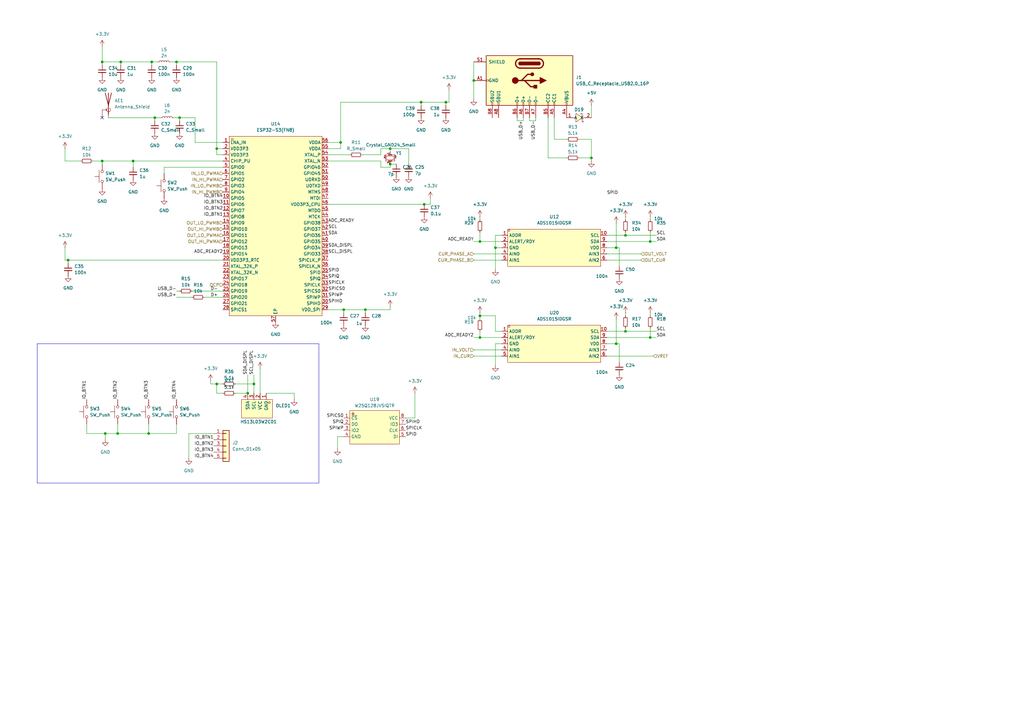
<source format=kicad_sch>
(kicad_sch (version 20231120) (generator "eeschema") (generator_version "8.0")
  (paper "A3")
  (lib_symbols
    (symbol "Connector:USB_C_Receptacle_USB2.0_16P" (pin_names (offset 1.016))
      (property "Reference" "J" (at 0 22.225 0))
      (property "Value" "USB_C_Receptacle_USB2.0_16P" (at 0 19.685 0))
      (symbol "USB_C_Receptacle_USB2.0_16P_1_1"
        (pin passive line (at 0 -22.86 90) (length 5.08) (name "GND") (number "A1"))
        (pin passive line (at 0 -22.86 90) (length 5.08) hide (name "GND") (number "A12"))
        (pin passive line (at 15.24 15.24 180) (length 5.08) (name "VBUS") (number "A4"))
        (pin bidirectional line (at 15.24 10.16 180) (length 5.08) (name "CC1") (number "A5"))
        (pin bidirectional line (at 15.24 -2.54 180) (length 5.08) (name "D+") (number "A6"))
        (pin bidirectional line (at 15.24 2.54 180) (length 5.08) (name "D-") (number "A7"))
        (pin bidirectional line (at 15.24 -12.7 180) (length 5.08) (name "SBU1") (number "A8"))
        (pin passive line (at 15.24 15.24 180) (length 5.08) hide (name "VBUS") (number "A9"))
        (pin passive line (at 0 -22.86 90) (length 5.08) hide (name "GND") (number "B1"))
        (pin passive line (at 0 -22.86 90) (length 5.08) hide (name "GND") (number "B12"))
        (pin passive line (at 15.24 15.24 180) (length 5.08) hide (name "VBUS") (number "B4"))
        (pin bidirectional line (at 15.24 7.62 180) (length 5.08) (name "CC2") (number "B5"))
        (pin bidirectional line (at 15.24 -5.08 180) (length 5.08) (name "D+") (number "B6"))
        (pin bidirectional line (at 15.24 0 180) (length 5.08) (name "D-") (number "B7"))
        (pin bidirectional line (at 15.24 -15.24 180) (length 5.08) (name "SBU2") (number "B8"))
        (pin passive line (at 15.24 15.24 180) (length 5.08) hide (name "VBUS") (number "B9"))
        (pin passive line (at -7.62 -22.86 90) (length 5.08) (name "SHIELD") (number "S1"))
      )
    )
    (symbol "Connector_Generic:Conn_01x05" (pin_names (offset 1.016) hide)
      (property "Reference" "J" (at 0 7.62 0))
      (property "Value" "Conn_01x05" (at 0 -7.62 0))
      (symbol "Conn_01x05_1_1"
        (pin passive line (at -5.08 5.08 0) (length 3.81) (name "Pin_1") (number "1"))
        (pin passive line (at -5.08 2.54 0) (length 3.81) (name "Pin_2") (number "2"))
        (pin passive line (at -5.08 0 0) (length 3.81) (name "Pin_3") (number "3"))
        (pin passive line (at -5.08 -2.54 0) (length 3.81) (name "Pin_4") (number "4"))
        (pin passive line (at -5.08 -5.08 0) (length 3.81) (name "Pin_5") (number "5"))
      )
    )
    (symbol "Device:Antenna_Shield" (pin_numbers hide) (pin_names (offset 1.016) hide)
      (property "Reference" "AE" (at -1.905 4.445 0))
      (property "Value" "Antenna_Shield" (at -1.905 2.54 0))
      (symbol "Antenna_Shield_1_1"
        (pin input line (at 0 -5.08 90) (length 2.54) (name "A") (number "1"))
        (pin input line (at 2.54 -5.08 90) (length 2.54) (name "Shield") (number "2"))
      )
    )
    (symbol "Device:C_Small" (pin_numbers hide) (pin_names (offset 0.254) hide)
      (property "Reference" "C" (at 0.254 1.778 0))
      (property "Value" "C_Small" (at 0.254 -2.032 0))
      (symbol "C_Small_1_1"
        (pin passive line (at 0 2.54 270) (length 2.032) (name "~") (number "1"))
        (pin passive line (at 0 -2.54 90) (length 2.032) (name "~") (number "2"))
      )
    )
    (symbol "Device:Crystal_GND24_Small" (pin_names (offset 1.016) hide)
      (property "Reference" "Y" (at 1.27 4.445 0))
      (property "Value" "Crystal_GND24_Small" (at 1.27 2.54 0))
      (symbol "Crystal_GND24_Small_1_1"
        (pin passive line (at -2.54 0 0) (length 1.27) (name "1") (number "1"))
        (pin passive line (at 0 -2.54 90) (length 0.635) (name "2") (number "2"))
        (pin passive line (at 2.54 0 180) (length 1.27) (name "3") (number "3"))
        (pin passive line (at 0 2.54 270) (length 0.635) (name "4") (number "4"))
      )
    )
    (symbol "Device:L_Small" (pin_numbers hide) (pin_names (offset 0.254) hide)
      (property "Reference" "L" (at 0.762 1.016 0))
      (property "Value" "L_Small" (at 0.762 -1.016 0))
      (symbol "L_Small_1_1"
        (pin passive line (at 0 2.54 270) (length 0.508) (name "~") (number "1"))
        (pin passive line (at 0 -2.54 90) (length 0.508) (name "~") (number "2"))
      )
    )
    (symbol "Device:R_Small" (pin_numbers hide) (pin_names (offset 0.254) hide)
      (property "Reference" "R" (at 0.762 0.508 0))
      (property "Value" "R_Small" (at 0.762 -1.016 0))
      (symbol "R_Small_1_1"
        (pin passive line (at 0 2.54 270) (length 0.762) (name "~") (number "1"))
        (pin passive line (at 0 -2.54 90) (length 0.762) (name "~") (number "2"))
      )
    )
    (symbol "Switch:SW_Push" (pin_numbers hide) (pin_names (offset 1.016) hide)
      (property "Reference" "SW" (at 1.27 2.54 0))
      (property "Value" "SW_Push" (at 0 -1.524 0))
      (symbol "SW_Push_0_1"
        (pin passive line (at -5.08 0 0) (length 2.54) (name "1") (number "1"))
        (pin passive line (at 5.08 0 180) (length 2.54) (name "2") (number "2"))
      )
    )
    (symbol "easyeda2kicad:ADS1015IDGSR"
      (property "Reference" "U" (at 0 10.16 0))
      (property "Value" "ADS1015IDGSR" (at 0 -10.16 0))
      (symbol "ADS1015IDGSR_0_1"
        (pin unspecified line (at -21.59 5.08 0) (length 2.54) (name "ADDR") (number "1"))
        (pin unspecified line (at 21.59 5.08 180) (length 2.54) (name "SCL") (number "10"))
        (pin unspecified line (at -21.59 2.54 0) (length 2.54) (name "ALERT/RDY") (number "2"))
        (pin unspecified line (at -21.59 0 0) (length 2.54) (name "GND") (number "3"))
        (pin unspecified line (at -21.59 -2.54 0) (length 2.54) (name "AIN0") (number "4"))
        (pin unspecified line (at -21.59 -5.08 0) (length 2.54) (name "AIN1") (number "5"))
        (pin unspecified line (at 21.59 -5.08 180) (length 2.54) (name "AIN2") (number "6"))
        (pin unspecified line (at 21.59 -2.54 180) (length 2.54) (name "AIN3") (number "7"))
        (pin unspecified line (at 21.59 0 180) (length 2.54) (name "VDD") (number "8"))
        (pin unspecified line (at 21.59 2.54 180) (length 2.54) (name "SDA") (number "9"))
      )
    )
    (symbol "easyeda2kicad:B16WS_C7420327"
      (property "Reference" "D" (at 0 5.08 0))
      (property "Value" "B16WS_C7420327" (at 0 -5.08 0))
      (symbol "B16WS_C7420327_0_1"
        (pin unspecified line (at -5.08 0 0) (length 2.54) (name "A") (number "1"))
        (pin unspecified line (at 5.08 0 180) (length 2.54) (name "K") (number "2"))
      )
    )
    (symbol "easyeda2kicad:ESP32-S3(FN8)"
      (property "Reference" "U" (at 0 39.37 0))
      (property "Value" "ESP32-S3(FN8)" (at 0 -44.45 0))
      (symbol "ESP32-S3(FN8)_0_1"
        (pin unspecified line (at -21.59 34.29 0) (length 2.54) (name "LNA_IN") (number "1"))
        (pin unspecified line (at -21.59 11.43 0) (length 2.54) (name "GPIO5") (number "10"))
        (pin unspecified line (at -21.59 8.89 0) (length 2.54) (name "GPIO6") (number "11"))
        (pin unspecified line (at -21.59 6.35 0) (length 2.54) (name "GPIO7") (number "12"))
        (pin unspecified line (at -21.59 3.81 0) (length 2.54) (name "GPIO8") (number "13"))
        (pin unspecified line (at -21.59 1.27 0) (length 2.54) (name "GPIO9") (number "14"))
        (pin unspecified line (at -21.59 -1.27 0) (length 2.54) (name "GPIO10") (number "15"))
        (pin unspecified line (at -21.59 -3.81 0) (length 2.54) (name "GPIO11") (number "16"))
        (pin unspecified line (at -21.59 -6.35 0) (length 2.54) (name "GPIO12") (number "17"))
        (pin unspecified line (at -21.59 -8.89 0) (length 2.54) (name "GPIO13") (number "18"))
        (pin unspecified line (at -21.59 -11.43 0) (length 2.54) (name "GPIO14") (number "19"))
        (pin unspecified line (at -21.59 31.75 0) (length 2.54) (name "VDD3P3") (number "2"))
        (pin unspecified line (at -21.59 -13.97 0) (length 2.54) (name "VDD3P3_RTC") (number "20"))
        (pin unspecified line (at -21.59 -16.51 0) (length 2.54) (name "XTAL_32K_P") (number "21"))
        (pin unspecified line (at -21.59 -19.05 0) (length 2.54) (name "XTAL_32K_N") (number "22"))
        (pin unspecified line (at -21.59 -21.59 0) (length 2.54) (name "GPIO17") (number "23"))
        (pin unspecified line (at -21.59 -24.13 0) (length 2.54) (name "GPIO18") (number "24"))
        (pin unspecified line (at -21.59 -26.67 0) (length 2.54) (name "GPIO19") (number "25"))
        (pin unspecified line (at -21.59 -29.21 0) (length 2.54) (name "GPIO20") (number "26"))
        (pin unspecified line (at -21.59 -31.75 0) (length 2.54) (name "GPIO21") (number "27"))
        (pin unspecified line (at -21.59 -34.29 0) (length 2.54) (name "SPICS1") (number "28"))
        (pin unspecified line (at 21.59 -34.29 180) (length 2.54) (name "VDD_SPI") (number "29"))
        (pin unspecified line (at -21.59 29.21 0) (length 2.54) (name "VDD3P3") (number "3"))
        (pin unspecified line (at 21.59 -31.75 180) (length 2.54) (name "SPIHD") (number "30"))
        (pin unspecified line (at 21.59 -29.21 180) (length 2.54) (name "SPIWP") (number "31"))
        (pin unspecified line (at 21.59 -26.67 180) (length 2.54) (name "SPICS0") (number "32"))
        (pin unspecified line (at 21.59 -24.13 180) (length 2.54) (name "SPICLK") (number "33"))
        (pin unspecified line (at 21.59 -21.59 180) (length 2.54) (name "SPIQ") (number "34"))
        (pin unspecified line (at 21.59 -19.05 180) (length 2.54) (name "SPID") (number "35"))
        (pin unspecified line (at 21.59 -16.51 180) (length 2.54) (name "SPICLK_N") (number "36"))
        (pin unspecified line (at 21.59 -13.97 180) (length 2.54) (name "SPICLK_P") (number "37"))
        (pin unspecified line (at 21.59 -11.43 180) (length 2.54) (name "GPIO33") (number "38"))
        (pin unspecified line (at 21.59 -8.89 180) (length 2.54) (name "GPIO34") (number "39"))
        (pin unspecified line (at -21.59 26.67 0) (length 2.54) (name "CHIP_PU") (number "4"))
        (pin unspecified line (at 21.59 -6.35 180) (length 2.54) (name "GPIO35") (number "40"))
        (pin unspecified line (at 21.59 -3.81 180) (length 2.54) (name "GPIO36") (number "41"))
        (pin unspecified line (at 21.59 -1.27 180) (length 2.54) (name "GPIO37") (number "42"))
        (pin unspecified line (at 21.59 1.27 180) (length 2.54) (name "GPIO38") (number "43"))
        (pin unspecified line (at 21.59 3.81 180) (length 2.54) (name "MTCK") (number "44"))
        (pin unspecified line (at 21.59 6.35 180) (length 2.54) (name "MTDO") (number "45"))
        (pin unspecified line (at 21.59 8.89 180) (length 2.54) (name "VDD3P3_CPU") (number "46"))
        (pin unspecified line (at 21.59 11.43 180) (length 2.54) (name "MTDI") (number "47"))
        (pin unspecified line (at 21.59 13.97 180) (length 2.54) (name "MTMS") (number "48"))
        (pin unspecified line (at 21.59 16.51 180) (length 2.54) (name "U0TXD") (number "49"))
        (pin unspecified line (at -21.59 24.13 0) (length 2.54) (name "GPIO0") (number "5"))
        (pin unspecified line (at 21.59 19.05 180) (length 2.54) (name "U0RXD") (number "50"))
        (pin unspecified line (at 21.59 21.59 180) (length 2.54) (name "GPIO45") (number "51"))
        (pin unspecified line (at 21.59 24.13 180) (length 2.54) (name "GPIO46") (number "52"))
        (pin unspecified line (at 21.59 26.67 180) (length 2.54) (name "XTAL_N") (number "53"))
        (pin unspecified line (at 21.59 29.21 180) (length 2.54) (name "XTAL_P") (number "54"))
        (pin unspecified line (at 21.59 31.75 180) (length 2.54) (name "VDDA") (number "55"))
        (pin unspecified line (at 21.59 34.29 180) (length 2.54) (name "VDDA") (number "56"))
        (pin unspecified line (at 0 -39.37 90) (length 2.54) (name "EP") (number "57"))
        (pin unspecified line (at -21.59 21.59 0) (length 2.54) (name "GPIO1") (number "6"))
        (pin unspecified line (at -21.59 19.05 0) (length 2.54) (name "GPIO2") (number "7"))
        (pin unspecified line (at -21.59 16.51 0) (length 2.54) (name "GPIO3") (number "8"))
        (pin unspecified line (at -21.59 13.97 0) (length 2.54) (name "GPIO4") (number "9"))
      )
    )
    (symbol "easyeda2kicad:HS13L03W2C01"
      (property "Reference" "OLED" (at 0 8.89 0))
      (property "Value" "HS13L03W2C01" (at 0 -8.89 0))
      (symbol "HS13L03W2C01_0_1"
        (pin unspecified line (at -5.08 3.81 0) (length 2.54) (name "GND") (number "1"))
        (pin unspecified line (at -5.08 1.27 0) (length 2.54) (name "VCC") (number "2"))
        (pin unspecified line (at -5.08 -1.27 0) (length 2.54) (name "SCL") (number "3"))
        (pin unspecified line (at -5.08 -3.81 0) (length 2.54) (name "SDA") (number "4"))
      )
    )
    (symbol "easyeda2kicad:W25Q128JVSIQTR"
      (property "Reference" "U" (at 0 8.89 0))
      (property "Value" "W25Q128JVSIQTR" (at 0 -8.89 0))
      (symbol "W25Q128JVSIQTR_0_1"
        (pin unspecified line (at -12.7 3.81 0) (length 2.54) (name "~{CS}") (number "1"))
        (pin unspecified line (at -12.7 1.27 0) (length 2.54) (name "DO") (number "2"))
        (pin unspecified line (at -12.7 -1.27 0) (length 2.54) (name "IO2") (number "3"))
        (pin unspecified line (at -12.7 -3.81 0) (length 2.54) (name "GND") (number "4"))
        (pin unspecified line (at 12.7 -3.81 180) (length 2.54) (name "DI") (number "5"))
        (pin unspecified line (at 12.7 -1.27 180) (length 2.54) (name "CLK") (number "6"))
        (pin unspecified line (at 12.7 1.27 180) (length 2.54) (name "IO3") (number "7"))
        (pin unspecified line (at 12.7 3.81 180) (length 2.54) (name "VCC") (number "8"))
      )
    )
    (symbol "power:+12V" (power) (pin_numbers hide) (pin_names (offset 0) hide)
      (property "Value" "+12V" (at 0 3.556 0))
      (symbol "+12V_1_1"
        (pin power_in line (at 0 0 90) (length 0) (name "~") (number "1"))
      )
    )
    (symbol "power:+3.3V" (power) (pin_numbers hide) (pin_names (offset 0) hide)
      (property "Value" "+3.3V" (at 0 3.556 0))
      (symbol "+3.3V_1_1"
        (pin power_in line (at 0 0 90) (length 0) (name "~") (number "1"))
      )
    )
    (symbol "power:GND" (power) (pin_numbers hide) (pin_names (offset 0) hide)
      (property "Value" "GND" (at 0 -3.81 0))
      (symbol "GND_1_1"
        (pin power_in line (at 0 0 270) (length 0) (name "~") (number "1"))
      )
    )
  )
  (junction (at 182.88 41.91))
  (junction (at 160.02 60.96))
  (junction (at 60.96 177.8))
  (junction (at 27.94 106.68))
  (junction (at 49.53 25.4))
  (junction (at 172.72 41.91))
  (junction (at 101.6 161.29))
  (junction (at 252.73 140.97))
  (junction (at 149.86 127))
  (junction (at 196.85 138.43))
  (junction (at 160.02 67.31))
  (junction (at 73.66 48.26))
  (junction (at 72.39 25.4))
  (junction (at 88.9 157.48))
  (junction (at 266.7 138.43))
  (junction (at 140.97 127))
  (junction (at 88.9 60.96))
  (junction (at 256.54 96.52))
  (junction (at 242.57 64.77))
  (junction (at 256.54 135.89))
  (junction (at 139.7 58.42))
  (junction (at 196.85 129.54))
  (junction (at 194.31 33.02))
  (junction (at 62.23 25.4))
  (junction (at 173.99 83.82))
  (junction (at 196.85 99.06))
  (junction (at 43.18 177.8))
  (junction (at 41.91 66.04))
  (junction (at 41.91 25.4))
  (junction (at 266.7 99.06))
  (junction (at 48.26 177.8))
  (junction (at 252.73 101.6))
  (junction (at 54.61 66.04))
  (junction (at 203.2 101.6))
  (junction (at 63.5 48.26))
  (junction (at 104.14 157.48))
  (no_connect (at 41.91 48.26))
  (wire (pts (xy 256.54 95.25) (xy 256.54 96.52)))
  (wire (pts (xy 248.92 101.6) (xy 252.73 101.6)))
  (wire (pts (xy 227.33 57.15) (xy 232.41 57.15)))
  (wire (pts (xy 262.89 104.14) (xy 248.92 104.14)))
  (wire (pts (xy 196.85 88.9) (xy 196.85 90.17)))
  (wire (pts (xy 227.33 48.26) (xy 227.33 57.15)))
  (wire (pts (xy 77.47 177.8) (xy 87.63 177.8)))
  (wire (pts (xy 248.92 135.89) (xy 256.54 135.89)))
  (wire (pts (xy 43.18 177.8) (xy 48.26 177.8)))
  (wire (pts (xy 196.85 138.43) (xy 194.31 138.43)))
  (wire (pts (xy 91.44 157.48) (xy 88.9 157.48)))
  (wire (pts (xy 248.92 96.52) (xy 256.54 96.52)))
  (wire (pts (xy 160.02 60.96) (xy 167.64 60.96)))
  (wire (pts (xy 44.45 48.26) (xy 63.5 48.26)))
  (wire (pts (xy 49.53 25.4) (xy 49.53 26.67)))
  (wire (pts (xy 203.2 135.89) (xy 203.2 129.54)))
  (wire (pts (xy 149.86 127) (xy 160.02 127)))
  (wire (pts (xy 172.72 41.91) (xy 182.88 41.91)))
  (wire (pts (xy 242.57 64.77) (xy 242.57 57.15)))
  (wire (pts (xy 67.31 68.58) (xy 91.44 68.58)))
  (wire (pts (xy 182.88 41.91) (xy 184.15 41.91)))
  (wire (pts (xy 160.02 68.58) (xy 156.21 68.58)))
  (wire (pts (xy 139.7 41.91) (xy 172.72 41.91)))
  (wire (pts (xy 194.31 143.51) (xy 205.74 143.51)))
  (wire (pts (xy 72.39 121.92) (xy 78.74 121.92)))
  (wire (pts (xy 91.44 106.68) (xy 27.94 106.68)))
  (wire (pts (xy 214.63 49.53) (xy 214.63 48.26)))
  (wire (pts (xy 49.53 25.4) (xy 41.91 25.4)))
  (wire (pts (xy 78.74 119.38) (xy 91.44 119.38)))
  (wire (pts (xy 205.74 101.6) (xy 203.2 101.6)))
  (wire (pts (xy 66.04 48.26) (xy 63.5 48.26)))
  (wire (pts (xy 266.7 95.25) (xy 266.7 99.06)))
  (wire (pts (xy 63.5 48.26) (xy 63.5 49.53)))
  (wire (pts (xy 54.61 66.04) (xy 54.61 68.58)))
  (wire (pts (xy 134.62 60.96) (xy 139.7 60.96)))
  (wire (pts (xy 194.31 106.68) (xy 205.74 106.68)))
  (wire (pts (xy 72.39 25.4) (xy 88.9 25.4)))
  (wire (pts (xy 60.96 177.8) (xy 72.39 177.8)))
  (wire (pts (xy 38.1 66.04) (xy 41.91 66.04)))
  (wire (pts (xy 196.85 135.89) (xy 196.85 138.43)))
  (wire (pts (xy 224.79 48.26) (xy 224.79 64.77)))
  (wire (pts (xy 139.7 41.91) (xy 139.7 58.42)))
  (wire (pts (xy 88.9 63.5) (xy 88.9 60.96)))
  (wire (pts (xy 203.2 101.6) (xy 203.2 110.49)))
  (wire (pts (xy 256.54 128.27) (xy 256.54 129.54)))
  (wire (pts (xy 194.31 146.05) (xy 205.74 146.05)))
  (wire (pts (xy 72.39 25.4) (xy 72.39 26.67)))
  (wire (pts (xy 160.02 67.31) (xy 162.56 67.31)))
  (wire (pts (xy 67.31 71.12) (xy 67.31 68.58)))
  (wire (pts (xy 134.62 63.5) (xy 143.51 63.5)))
  (wire (pts (xy 248.92 138.43) (xy 266.7 138.43)))
  (wire (pts (xy 83.82 121.92) (xy 91.44 121.92)))
  (wire (pts (xy 62.23 25.4) (xy 49.53 25.4)))
  (wire (pts (xy 91.44 63.5) (xy 88.9 63.5)))
  (wire (pts (xy 217.17 49.53) (xy 219.71 49.53)))
  (wire (pts (xy 43.18 177.8) (xy 43.18 180.34)))
  (wire (pts (xy 166.37 171.45) (xy 170.18 171.45)))
  (wire (pts (xy 148.59 63.5) (xy 156.21 63.5)))
  (wire (pts (xy 140.97 127) (xy 149.86 127)))
  (wire (pts (xy 88.9 25.4) (xy 88.9 60.96)))
  (wire (pts (xy 27.94 106.68) (xy 27.94 107.95)))
  (wire (pts (xy 35.56 177.8) (xy 43.18 177.8)))
  (wire (pts (xy 26.67 101.6) (xy 26.67 106.68)))
  (wire (pts (xy 156.21 66.04) (xy 156.21 68.58)))
  (wire (pts (xy 167.64 67.31) (xy 167.64 60.96)))
  (wire (pts (xy 170.18 171.45) (xy 170.18 161.29)))
  (wire (pts (xy 134.62 58.42) (xy 139.7 58.42)))
  (wire (pts (xy 256.54 135.89) (xy 269.24 135.89)))
  (wire (pts (xy 252.73 140.97) (xy 254 140.97)))
  (wire (pts (xy 205.74 140.97) (xy 203.2 140.97)))
  (wire (pts (xy 242.57 43.18) (xy 242.57 48.26)))
  (wire (pts (xy 160.02 60.96) (xy 160.02 62.23)))
  (wire (pts (xy 212.09 48.26) (xy 212.09 49.53)))
  (wire (pts (xy 224.79 64.77) (xy 232.41 64.77)))
  (wire (pts (xy 77.47 177.8) (xy 77.47 187.96)))
  (wire (pts (xy 196.85 99.06) (xy 194.31 99.06)))
  (wire (pts (xy 41.91 25.4) (xy 41.91 26.67)))
  (wire (pts (xy 64.77 25.4) (xy 62.23 25.4)))
  (wire (pts (xy 196.85 95.25) (xy 196.85 99.06)))
  (wire (pts (xy 88.9 60.96) (xy 91.44 60.96)))
  (wire (pts (xy 88.9 161.29) (xy 88.9 157.48)))
  (wire (pts (xy 254 101.6) (xy 254 109.22)))
  (wire (pts (xy 86.36 157.48) (xy 86.36 156.21)))
  (wire (pts (xy 205.74 135.89) (xy 203.2 135.89)))
  (wire (pts (xy 172.72 41.91) (xy 172.72 43.18)))
  (wire (pts (xy 91.44 58.42) (xy 80.01 58.42)))
  (wire (pts (xy 62.23 25.4) (xy 62.23 26.67)))
  (wire (pts (xy 96.52 161.29) (xy 101.6 161.29)))
  (wire (pts (xy 254 140.97) (xy 254 148.59)))
  (wire (pts (xy 196.85 128.27) (xy 196.85 129.54)))
  (wire (pts (xy 35.56 173.99) (xy 35.56 177.8)))
  (wire (pts (xy 205.74 99.06) (xy 196.85 99.06)))
  (wire (pts (xy 139.7 60.96) (xy 139.7 58.42)))
  (wire (pts (xy 120.65 161.29) (xy 120.65 163.83)))
  (wire (pts (xy 80.01 58.42) (xy 80.01 48.26)))
  (wire (pts (xy 242.57 66.04) (xy 242.57 64.77)))
  (wire (pts (xy 217.17 48.26) (xy 217.17 49.53)))
  (wire (pts (xy 203.2 140.97) (xy 203.2 149.86)))
  (wire (pts (xy 106.68 151.13) (xy 106.68 161.29)))
  (wire (pts (xy 252.73 140.97) (xy 252.73 130.81)))
  (wire (pts (xy 134.62 66.04) (xy 156.21 66.04)))
  (wire (pts (xy 72.39 177.8) (xy 72.39 173.99)))
  (wire (pts (xy 156.21 63.5) (xy 156.21 60.96)))
  (wire (pts (xy 176.53 83.82) (xy 176.53 81.28)))
  (wire (pts (xy 104.14 153.67) (xy 104.14 157.48)))
  (wire (pts (xy 71.12 48.26) (xy 73.66 48.26)))
  (wire (pts (xy 212.09 49.53) (xy 214.63 49.53)))
  (wire (pts (xy 41.91 19.05) (xy 41.91 25.4)))
  (wire (pts (xy 203.2 96.52) (xy 203.2 101.6)))
  (wire (pts (xy 266.7 99.06) (xy 269.24 99.06)))
  (wire (pts (xy 266.7 88.9) (xy 266.7 90.17)))
  (wire (pts (xy 160.02 67.31) (xy 160.02 68.58)))
  (wire (pts (xy 173.99 83.82) (xy 176.53 83.82)))
  (wire (pts (xy 109.22 161.29) (xy 120.65 161.29)))
  (wire (pts (xy 41.91 66.04) (xy 41.91 67.31)))
  (wire (pts (xy 54.61 66.04) (xy 41.91 66.04)))
  (wire (pts (xy 184.15 36.83) (xy 184.15 41.91)))
  (wire (pts (xy 80.01 48.26) (xy 73.66 48.26)))
  (wire (pts (xy 134.62 83.82) (xy 173.99 83.82)))
  (wire (pts (xy 194.31 33.02) (xy 194.31 40.64)))
  (wire (pts (xy 219.71 48.26) (xy 219.71 49.53)))
  (wire (pts (xy 101.6 153.67) (xy 101.6 161.29)))
  (wire (pts (xy 194.31 25.4) (xy 194.31 33.02)))
  (wire (pts (xy 91.44 161.29) (xy 88.9 161.29)))
  (wire (pts (xy 205.74 138.43) (xy 196.85 138.43)))
  (wire (pts (xy 237.49 64.77) (xy 242.57 64.77)))
  (wire (pts (xy 149.86 127) (xy 149.86 128.27)))
  (wire (pts (xy 104.14 157.48) (xy 104.14 161.29)))
  (wire (pts (xy 140.97 127) (xy 140.97 128.27)))
  (wire (pts (xy 266.7 138.43) (xy 269.24 138.43)))
  (wire (pts (xy 248.92 140.97) (xy 252.73 140.97)))
  (wire (pts (xy 256.54 96.52) (xy 269.24 96.52)))
  (wire (pts (xy 73.66 48.26) (xy 73.66 49.53)))
  (wire (pts (xy 54.61 66.04) (xy 91.44 66.04)))
  (wire (pts (xy 256.54 88.9) (xy 256.54 90.17)))
  (wire (pts (xy 205.74 96.52) (xy 203.2 96.52)))
  (wire (pts (xy 160.02 127) (xy 160.02 125.73)))
  (wire (pts (xy 196.85 130.81) (xy 196.85 129.54)))
  (wire (pts (xy 252.73 101.6) (xy 254 101.6)))
  (wire (pts (xy 134.62 127) (xy 140.97 127)))
  (wire (pts (xy 48.26 177.8) (xy 60.96 177.8)))
  (wire (pts (xy 194.31 104.14) (xy 205.74 104.14)))
  (wire (pts (xy 27.94 106.68) (xy 26.67 106.68)))
  (wire (pts (xy 26.67 66.04) (xy 26.67 60.96)))
  (wire (pts (xy 256.54 134.62) (xy 256.54 135.89)))
  (wire (pts (xy 72.39 119.38) (xy 73.66 119.38)))
  (wire (pts (xy 156.21 60.96) (xy 160.02 60.96)))
  (wire (pts (xy 182.88 41.91) (xy 182.88 43.18)))
  (wire (pts (xy 140.97 179.07) (xy 138.43 179.07)))
  (wire (pts (xy 267.97 146.05) (xy 248.92 146.05)))
  (wire (pts (xy 266.7 134.62) (xy 266.7 138.43)))
  (wire (pts (xy 48.26 173.99) (xy 48.26 177.8)))
  (wire (pts (xy 203.2 129.54) (xy 196.85 129.54)))
  (wire (pts (xy 33.02 66.04) (xy 26.67 66.04)))
  (wire (pts (xy 69.85 25.4) (xy 72.39 25.4)))
  (wire (pts (xy 262.89 106.68) (xy 248.92 106.68)))
  (wire (pts (xy 96.52 157.48) (xy 104.14 157.48)))
  (wire (pts (xy 242.57 57.15) (xy 237.49 57.15)))
  (wire (pts (xy 248.92 99.06) (xy 266.7 99.06)))
  (wire (pts (xy 60.96 173.99) (xy 60.96 177.8)))
  (wire (pts (xy 266.7 128.27) (xy 266.7 129.54)))
  (wire (pts (xy 88.9 157.48) (xy 86.36 157.48)))
  (wire (pts (xy 252.73 101.6) (xy 252.73 91.44)))
  (wire (pts (xy 138.43 179.07) (xy 138.43 184.15)))
  (rectangle (start 15.24 140.97) (end 130.81 198.12))
  (label "IO_BTN3" (at 87.63 185.42 180))
  (label "SDA_DISPL" (at 134.62 101.6 0))
  (label "SPICS0" (at 140.97 171.45 180))
  (label "IO_BTN1" (at 35.56 163.83 90))
  (label "IO_BTN2" (at 48.26 163.83 90))
  (label "IO_BTN1" (at 91.44 88.9 180))
  (label "SPICLK" (at 134.62 116.84 0))
  (label "SDA_DISPL" (at 101.6 153.67 90))
  (label "SPIWP" (at 140.97 176.53 180))
  (label "SPID" (at 248.92 80.01 0))
  (label "SPIQ" (at 134.62 114.3 0))
  (label "SCL" (at 269.24 96.52 0))
  (label "USB_D-" (at 219.71 49.53 270))
  (label "SPID" (at 166.37 179.07 0))
  (label "ADC_READY2" (at 194.31 138.43 180))
  (label "IO_BTN3" (at 60.96 163.83 90))
  (label "IO_BTN4" (at 87.63 187.96 180))
  (label "SCL" (at 134.62 93.98 0))
  (label "SDA" (at 269.24 138.43 0))
  (label "SCL" (at 269.24 135.89 0))
  (label "SPICLK" (at 166.37 176.53 0))
  (label "ADC_READY" (at 134.62 91.44 0))
  (label "SPIHD" (at 166.37 173.99 0))
  (label "IO_BTN2" (at 87.63 182.88 180))
  (label "D-" (at 86.36 119.38 0))
  (label "ADC_READY2" (at 91.44 104.14 180))
  (label "SPICS0" (at 134.62 119.38 0))
  (label "SPID" (at 134.62 111.76 0))
  (label "IO_BTN1" (at 87.63 180.34 180))
  (label "IO_BTN2" (at 91.44 86.36 180))
  (label "USB_D-" (at 72.39 119.38 180))
  (label "SCL_DISPL" (at 134.62 104.14 0))
  (label "IO_BTN4" (at 72.39 163.83 90))
  (label "ADC_READY" (at 194.31 99.06 180))
  (label "SDA" (at 134.62 96.52 0))
  (label "SDA" (at 269.24 99.06 0))
  (label "SCL_DISPL" (at 104.14 153.67 90))
  (label "IO_BTN4" (at 91.44 81.28 180))
  (label "SPIQ" (at 140.97 173.99 180))
  (label "SPIWP" (at 134.62 121.92 0))
  (label "USB_D+" (at 72.39 121.92 180))
  (label "D+" (at 86.36 121.92 0))
  (label "SPIHD" (at 134.62 124.46 0))
  (label "IO_BTN3" (at 91.44 83.82 180))
  (label "USB_D+" (at 214.63 49.53 270))
  (hierarchical_label "OUT_CUR" (shape input) (at 262.89 106.68 0))
  (hierarchical_label "IN_HI_PWMA" (shape input) (at 91.44 73.66 180))
  (hierarchical_label "CUR_PHASE_A" (shape input) (at 194.31 104.14 180))
  (hierarchical_label "OUT_LO_PWMB" (shape input) (at 91.44 91.44 180))
  (hierarchical_label "OUT_LO_PWMA" (shape input) (at 91.44 96.52 180))
  (hierarchical_label "IN_LO_PWMB" (shape input) (at 91.44 76.2 180))
  (hierarchical_label "VREF" (shape input) (at 267.97 146.05 0))
  (hierarchical_label "IN_LO_PWMA" (shape input) (at 91.44 71.12 180))
  (hierarchical_label "IN_CUR" (shape input) (at 194.31 146.05 180))
  (hierarchical_label "OUT_VOLT" (shape input) (at 262.89 104.14 0))
  (hierarchical_label "CUR_PHASE_B" (shape input) (at 194.31 106.68 180))
  (hierarchical_label "OUT_HI_PWMB" (shape input) (at 91.44 93.98 180))
  (hierarchical_label "IN_HI_PWMB" (shape input) (at 91.44 78.74 180))
  (hierarchical_label "OCP" (shape input) (at 91.44 116.84 180))
  (hierarchical_label "IN_VOLT" (shape input) (at 194.31 143.51 180))
  (hierarchical_label "OUT_HI_PWMA" (shape input) (at 91.44 99.06 180))
  (symbol (lib_id "power:GND") (at 120.65 163.83 0) (unit 1)
    (property "Reference" "#PWR075" (effects (hide yes)))
    (property "Value" "GND" (at 120.65 168.91 0))
    (property "Description" "Power symbol creates a global label with name \"GND\" , ground" (effects (hide yes)))
  )
  (symbol (lib_id "power:GND") (at 54.61 73.66 0) (unit 1)
    (property "Reference" "#PWR051" (effects (hide yes)))
    (property "Value" "GND" (at 54.61 78.74 0))
    (property "Description" "Power symbol creates a global label with name \"GND\" , ground" (effects (hide yes)))
  )
  (symbol (lib_id "power:+3.3V") (at 106.68 151.13 0) (mirror y) (unit 1)
    (property "Reference" "#PWR076" (effects (hide yes)))
    (property "Value" "+3.3V" (at 106.68 146.05 0))
    (property "Description" "Power symbol creates a global label with name \"+3.3V\"" (effects (hide yes)))
  )
  (symbol (lib_id "power:GND") (at 203.2 149.86 0) (unit 1)
    (property "Reference" "#PWR064" (effects (hide yes)))
    (property "Value" "GND" (at 203.2 154.94 0))
    (property "Description" "Power symbol creates a global label with name \"GND\" , ground" (effects (hide yes)))
  )
  (symbol (lib_id "power:GND") (at 72.39 31.75 0) (unit 1)
    (property "Reference" "#PWR042" (effects (hide yes)))
    (property "Value" "GND" (at 72.39 36.83 0))
    (property "Description" "Power symbol creates a global label with name \"GND\" , ground" (effects (hide yes)))
  )
  (symbol (lib_id "Device:R_Small") (at 93.98 161.29 270) (unit 1)
    (property "Reference" "R37" (at 93.98 156.21 90))
    (property "Value" "5.1k" (at 93.98 158.75 90))
    (property "Footprint" "Resistor_SMD:R_0402_1005Metric" (effects (hide yes)))
    (property "Description" "Resistor, small symbol" (effects (hide yes)))
  )
  (symbol (lib_id "Switch:SW_Push") (at 41.91 72.39 90) (unit 1)
    (property "Reference" "SW1" (at 43.18 71.1199 90) (effects (justify right)))
    (property "Value" "SW_Push" (at 43.18 73.6599 90) (effects (justify right)))
    (property "Footprint" "Button_Switch_SMD:SW_Push_SPST_NO_Alps_SKRK" (effects (hide yes)))
    (property "Description" "Push button switch, generic, two pins" (effects (hide yes)))
  )
  (symbol (lib_id "power:+3.3V") (at 170.18 161.29 0) (unit 1)
    (property "Reference" "#PWR062" (effects (hide yes)))
    (property "Value" "+3.3V" (at 170.18 156.21 0))
    (property "Description" "Power symbol creates a global label with name \"+3.3V\"" (effects (hide yes)))
  )
  (symbol (lib_id "Connector:USB_C_Receptacle_USB2.0_16P") (at 217.17 33.02 270) (unit 1)
    (property "Reference" "J1" (at 236.22 31.7499 90) (effects (justify left)))
    (property "Value" "USB_C_Receptacle_USB2.0_16P" (at 236.22 34.2899 90) (effects (justify left)))
    (property "Footprint" "Connector_USB:USB_C_Receptacle_HRO_TYPE-C-31-M-12" (effects (hide yes)))
    (property "Datasheet" "https://www.usb.org/sites/default/files/documents/usb_type-c.zip" (effects (hide yes)))
    (property "Description" "USB 2.0-only 16P Type-C Receptacle connector" (effects (hide yes)))
  )
  (symbol (lib_id "easyeda2kicad:ADS1015IDGSR") (at 227.33 101.6 0) (unit 1)
    (property "Reference" "U12" (at 227.33 88.9 0))
    (property "Value" "ADS1015IDGSR" (at 227.33 91.44 0))
    (property "Footprint" "easyeda2kicad:VSSOP-10_L3.0-W3.0-P0.50-LS4.9-BL" (effects (hide yes)))
    (property "Datasheet" "https://lcsc.com/product-detail/Others_Texas-Instruments_ADS1015IDGSR_Texas-Instruments-TI-ADS1015IDGSR_C193969.html" (effects (hide yes)))
    (property "LCSC Part" "C193969" (effects (hide yes)))
  )
  (symbol (lib_id "power:GND") (at 254 114.3 0) (unit 1)
    (property "Reference" "#PWR090" (effects (hide yes)))
    (property "Value" "GND" (at 254 119.38 0))
    (property "Description" "Power symbol creates a global label with name \"GND\" , ground" (effects (hide yes)))
  )
  (symbol (lib_id "power:GND") (at 73.66 54.61 0) (unit 1)
    (property "Reference" "#PWR047" (effects (hide yes)))
    (property "Value" "GND" (at 73.66 59.69 0))
    (property "Description" "Power symbol creates a global label with name \"GND\" , ground" (effects (hide yes)))
  )
  (symbol (lib_id "power:GND") (at 242.57 66.04 0) (unit 1)
    (property "Reference" "#PWR056" (effects (hide yes)))
    (property "Value" "GND" (at 242.57 71.12 0))
    (property "Description" "Power symbol creates a global label with name \"GND\" , ground" (effects (hide yes)))
  )
  (symbol (lib_id "Device:L_Small") (at 68.58 48.26 90) (unit 1)
    (property "Reference" "L6" (at 68.58 43.18 90))
    (property "Value" "2n" (at 68.58 45.72 90))
    (property "Footprint" "Inductor_SMD:L_0402_1005Metric" (effects (hide yes)))
    (property "Description" "Inductor, small symbol" (effects (hide yes)))
  )
  (symbol (lib_id "easyeda2kicad:ESP32-S3(FN8)") (at 113.03 92.71 0) (unit 1)
    (property "Reference" "U14" (at 113.03 50.8 0))
    (property "Value" "ESP32-S3(FN8)" (at 113.03 53.34 0))
    (property "Footprint" "easyeda2kicad:QFN-56_L7.0-W7.0-P0.40-TL-EP4.0" (effects (hide yes)))
    (property "LCSC Part" "C2913196" (effects (hide yes)))
  )
  (symbol (lib_id "power:GND") (at 138.43 184.15 0) (unit 1)
    (property "Reference" "#PWR061" (effects (hide yes)))
    (property "Value" "GND" (at 138.43 189.23 0))
    (property "Description" "Power symbol creates a global label with name \"GND\" , ground" (effects (hide yes)))
  )
  (symbol (lib_id "Switch:SW_Push") (at 72.39 168.91 90) (unit 1)
    (property "Reference" "SW6" (at 73.66 167.6399 90) (effects (justify right)))
    (property "Value" "SW_Push" (at 73.66 170.1799 90) (effects (justify right)))
    (property "Footprint" "Button_Switch_SMD:SW_Push_SPST_NO_Alps_SKRK" (effects (hide yes)))
    (property "Description" "Push button switch, generic, two pins" (effects (hide yes)))
  )
  (symbol (lib_id "Device:R_Small") (at 196.85 92.71 0) (mirror x) (unit 1)
    (property "Reference" "R29" (at 194.31 91.4399 0) (effects (justify right)))
    (property "Value" "10k" (at 195.326 89.662 0) (effects (justify right)))
    (property "Footprint" "Resistor_SMD:R_0402_1005Metric" (effects (hide yes)))
    (property "Description" "Resistor, small symbol" (effects (hide yes)))
  )
  (symbol (lib_id "power:GND") (at 182.88 48.26 0) (mirror y) (unit 1)
    (property "Reference" "#PWR058" (effects (hide yes)))
    (property "Value" "GND" (at 182.88 53.34 0))
    (property "Description" "Power symbol creates a global label with name \"GND\" , ground" (effects (hide yes)))
  )
  (symbol (lib_id "power:GND") (at 254 153.67 0) (unit 1)
    (property "Reference" "#PWR068" (effects (hide yes)))
    (property "Value" "GND" (at 254 158.75 0))
    (property "Description" "Power symbol creates a global label with name \"GND\" , ground" (effects (hide yes)))
  )
  (symbol (lib_id "power:+3.3V") (at 266.7 128.27 0) (unit 1)
    (property "Reference" "#PWR067" (effects (hide yes)))
    (property "Value" "+3.3V" (at 266.7 123.19 0))
    (property "Description" "Power symbol creates a global label with name \"+3.3V\"" (effects (hide yes)))
  )
  (symbol (lib_id "easyeda2kicad:ADS1015IDGSR") (at 227.33 140.97 0) (unit 1)
    (property "Reference" "U20" (at 227.33 128.27 0))
    (property "Value" "ADS1015IDGSR" (at 227.33 130.81 0))
    (property "Footprint" "easyeda2kicad:VSSOP-10_L3.0-W3.0-P0.50-LS4.9-BL" (effects (hide yes)))
    (property "Datasheet" "https://lcsc.com/product-detail/Others_Texas-Instruments_ADS1015IDGSR_Texas-Instruments-TI-ADS1015IDGSR_C193969.html" (effects (hide yes)))
    (property "LCSC Part" "C193969" (effects (hide yes)))
  )
  (symbol (lib_id "Switch:SW_Push") (at 48.26 168.91 90) (unit 1)
    (property "Reference" "SW4" (at 49.53 167.6399 90) (effects (justify right)))
    (property "Value" "SW_Push" (at 49.53 170.1799 90) (effects (justify right)))
    (property "Footprint" "Button_Switch_SMD:SW_Push_SPST_NO_Alps_SKRK" (effects (hide yes)))
    (property "Description" "Push button switch, generic, two pins" (effects (hide yes)))
  )
  (symbol (lib_id "power:GND") (at 41.91 31.75 0) (unit 1)
    (property "Reference" "#PWR049" (effects (hide yes)))
    (property "Value" "GND" (at 41.91 36.83 0))
    (property "Description" "Power symbol creates a global label with name \"GND\" , ground" (effects (hide yes)))
  )
  (symbol (lib_id "Device:C_Small") (at 172.72 45.72 0) (mirror y) (unit 1)
    (property "Reference" "C39" (at 170.18 44.4562 0) (effects (justify left)))
    (property "Value" "100p" (at 170.18 46.9962 0) (effects (justify left)))
    (property "Footprint" "Capacitor_SMD:C_0402_1005Metric" (effects (hide yes)))
    (property "Description" "Unpolarized capacitor, small symbol" (effects (hide yes)))
  )
  (symbol (lib_id "power:GND") (at 63.5 54.61 0) (unit 1)
    (property "Reference" "#PWR046" (effects (hide yes)))
    (property "Value" "GND" (at 63.5 59.69 0))
    (property "Description" "Power symbol creates a global label with name \"GND\" , ground" (effects (hide yes)))
  )
  (symbol (lib_id "Device:L_Small") (at 67.31 25.4 90) (unit 1)
    (property "Reference" "L5" (at 67.31 20.32 90))
    (property "Value" "2n" (at 67.31 22.86 90))
    (property "Footprint" "Inductor_SMD:L_0402_1005Metric" (effects (hide yes)))
    (property "Description" "Inductor, small symbol" (effects (hide yes)))
  )
  (symbol (lib_id "Device:R_Small") (at 35.56 66.04 90) (unit 1)
    (property "Reference" "R12" (at 35.56 60.96 90))
    (property "Value" "10k" (at 35.56 63.5 90))
    (property "Footprint" "Resistor_SMD:R_0402_1005Metric" (effects (hide yes)))
    (property "Description" "Resistor, small symbol" (effects (hide yes)))
  )
  (symbol (lib_id "Device:C_Small") (at 62.23 29.21 0) (unit 1)
    (property "Reference" "C30" (at 64.77 27.9462 0) (effects (justify left)))
    (property "Value" "100n" (at 64.77 30.4862 0) (effects (justify left)))
    (property "Footprint" "Capacitor_SMD:C_0402_1005Metric" (effects (hide yes)))
    (property "Description" "Unpolarized capacitor, small symbol" (effects (hide yes)))
  )
  (symbol (lib_id "power:+3.3V") (at 252.73 91.44 0) (unit 1)
    (property "Reference" "#PWR089" (effects (hide yes)))
    (property "Value" "+3.3V" (at 252.73 86.36 0))
    (property "Description" "Power symbol creates a global label with name \"+3.3V\"" (effects (hide yes)))
  )
  (symbol (lib_id "power:GND") (at 167.64 72.39 0) (unit 1)
    (property "Reference" "#PWR038" (effects (hide yes)))
    (property "Value" "GND" (at 167.64 77.47 0))
    (property "Description" "Power symbol creates a global label with name \"GND\" , ground" (effects (hide yes)))
  )
  (symbol (lib_id "power:+3.3V") (at 256.54 128.27 0) (unit 1)
    (property "Reference" "#PWR066" (effects (hide yes)))
    (property "Value" "+3.3V" (at 256.54 123.19 0))
    (property "Description" "Power symbol creates a global label with name \"+3.3V\"" (effects (hide yes)))
  )
  (symbol (lib_id "Device:R_Small") (at 234.95 64.77 90) (unit 1)
    (property "Reference" "R14" (at 234.95 59.69 90))
    (property "Value" "5.1k" (at 234.95 62.23 90))
    (property "Footprint" "Resistor_SMD:R_0402_1005Metric" (effects (hide yes)))
    (property "Description" "Resistor, small symbol" (effects (hide yes)))
  )
  (symbol (lib_id "Device:R_Small") (at 146.05 63.5 90) (unit 1)
    (property "Reference" "R11" (at 146.05 58.42 90))
    (property "Value" "R_Small" (at 146.05 60.96 90))
    (property "Footprint" "Resistor_SMD:R_0402_1005Metric" (effects (hide yes)))
    (property "Description" "Resistor, small symbol" (effects (hide yes)))
  )
  (symbol (lib_id "Device:C_Small") (at 162.56 69.85 0) (unit 1)
    (property "Reference" "C26" (at 165.1 68.5862 0) (effects (justify left)))
    (property "Value" "7p" (at 159.004 71.374 0) (effects (justify left)))
    (property "Footprint" "Capacitor_SMD:C_0402_1005Metric" (effects (hide yes)))
    (property "Description" "Unpolarized capacitor, small symbol" (effects (hide yes)))
  )
  (symbol (lib_id "Device:R_Small") (at 266.7 132.08 180) (unit 1)
    (property "Reference" "R18" (at 269.24 130.8099 0) (effects (justify right)))
    (property "Value" "10k" (at 268.224 129.032 0) (effects (justify right)))
    (property "Footprint" "Resistor_SMD:R_0402_1005Metric" (effects (hide yes)))
    (property "Description" "Resistor, small symbol" (effects (hide yes)))
  )
  (symbol (lib_id "Device:R_Small") (at 81.28 121.92 90) (unit 1)
    (property "Reference" "R16" (at 81.28 116.84 90))
    (property "Value" "10k" (at 81.28 119.38 90))
    (property "Footprint" "Resistor_SMD:R_0402_1005Metric" (effects (hide yes)))
    (property "Description" "Resistor, small symbol" (effects (hide yes)))
  )
  (symbol (lib_id "power:GND") (at 43.18 180.34 0) (unit 1)
    (property "Reference" "#PWR074" (effects (hide yes)))
    (property "Value" "GND" (at 43.18 185.42 0))
    (property "Description" "Power symbol creates a global label with name \"GND\" , ground" (effects (hide yes)))
  )
  (symbol (lib_id "power:GND") (at 140.97 133.35 0) (unit 1)
    (property "Reference" "#PWR040" (effects (hide yes)))
    (property "Value" "GND" (at 140.97 138.43 0))
    (property "Description" "Power symbol creates a global label with name \"GND\" , ground" (effects (hide yes)))
  )
  (symbol (lib_id "Device:Crystal_GND24_Small") (at 160.02 64.77 270) (unit 1)
    (property "Reference" "Y1" (at 163.576 62.738 90))
    (property "Value" "Crystal_GND24_Small" (at 160.274 59.436 90))
    (property "Footprint" "Crystal:Crystal_SMD_SeikoEpson_FA238V-4Pin_3.2x2.5mm" (effects (hide yes)))
    (property "Description" "Four pin crystal, GND on pins 2 and 4, small symbol" (effects (hide yes)))
  )
  (symbol (lib_id "Device:C_Small") (at 173.99 86.36 0) (unit 1)
    (property "Reference" "C37" (at 176.53 85.0962 0) (effects (justify left)))
    (property "Value" "0.1u" (at 176.53 87.6362 0) (effects (justify left)))
    (property "Footprint" "Capacitor_SMD:C_0402_1005Metric" (effects (hide yes)))
    (property "Description" "Unpolarized capacitor, small symbol" (effects (hide yes)))
  )
  (symbol (lib_id "Device:C_Small") (at 41.91 29.21 0) (unit 1)
    (property "Reference" "C34" (at 44.45 27.9462 0) (effects (justify left)))
    (property "Value" "10u" (at 44.45 30.4862 0) (effects (justify left)))
    (property "Footprint" "Capacitor_SMD:C_0603_1608Metric" (effects (hide yes)))
    (property "Description" "Unpolarized capacitor, small symbol" (effects (hide yes)))
  )
  (symbol (lib_id "Device:C_Small") (at 254 151.13 0) (unit 1)
    (property "Reference" "C24" (at 256.54 149.8662 0) (effects (justify left)))
    (property "Value" "100n" (at 244.348 152.654 0) (effects (justify left)))
    (property "Footprint" "Resistor_SMD:R_0402_1005Metric" (effects (hide yes)))
    (property "Description" "Unpolarized capacitor, small symbol" (effects (hide yes)))
  )
  (symbol (lib_id "power:+3.3V") (at 266.7 88.9 0) (unit 1)
    (property "Reference" "#PWR092" (effects (hide yes)))
    (property "Value" "+3.3V" (at 266.7 83.82 0))
    (property "Description" "Power symbol creates a global label with name \"+3.3V\"" (effects (hide yes)))
  )
  (symbol (lib_id "Device:C_Small") (at 182.88 45.72 0) (mirror y) (unit 1)
    (property "Reference" "C38" (at 180.34 44.4562 0) (effects (justify left)))
    (property "Value" "1u" (at 180.34 46.9962 0) (effects (justify left)))
    (property "Footprint" "Capacitor_SMD:C_0402_1005Metric" (effects (hide yes)))
    (property "Description" "Unpolarized capacitor, small symbol" (effects (hide yes)))
  )
  (symbol (lib_id "power:GND") (at 77.47 187.96 0) (unit 1)
    (property "Reference" "#PWR029" (effects (hide yes)))
    (property "Value" "GND" (at 77.47 193.04 0))
    (property "Description" "Power symbol creates a global label with name \"GND\" , ground" (effects (hide yes)))
  )
  (symbol (lib_id "Device:R_Small") (at 234.95 57.15 90) (unit 1)
    (property "Reference" "R13" (at 234.95 52.07 90))
    (property "Value" "5.1k" (at 234.95 54.61 90))
    (property "Footprint" "Resistor_SMD:R_0402_1005Metric" (effects (hide yes)))
    (property "Description" "Resistor, small symbol" (effects (hide yes)))
  )
  (symbol (lib_id "Device:C_Small") (at 149.86 130.81 0) (unit 1)
    (property "Reference" "C28" (at 152.4 129.5462 0) (effects (justify left)))
    (property "Value" "1u" (at 146.05 132.588 0) (effects (justify left)))
    (property "Footprint" "Capacitor_SMD:C_0402_1005Metric" (effects (hide yes)))
    (property "Description" "Unpolarized capacitor, small symbol" (effects (hide yes)))
  )
  (symbol (lib_id "Device:C_Small") (at 49.53 29.21 0) (unit 1)
    (property "Reference" "C31" (at 52.07 27.9462 0) (effects (justify left)))
    (property "Value" "1u" (at 52.07 30.4862 0) (effects (justify left)))
    (property "Footprint" "Capacitor_SMD:C_0402_1005Metric" (effects (hide yes)))
    (property "Description" "Unpolarized capacitor, small symbol" (effects (hide yes)))
  )
  (symbol (lib_id "power:+3.3V") (at 176.53 81.28 0) (unit 1)
    (property "Reference" "#PWR054" (effects (hide yes)))
    (property "Value" "+3.3V" (at 176.53 76.2 0))
    (property "Description" "Power symbol creates a global label with name \"+3.3V\"" (effects (hide yes)))
  )
  (symbol (lib_id "power:GND") (at 113.03 132.08 0) (unit 1)
    (property "Reference" "#PWR039" (effects (hide yes)))
    (property "Value" "GND" (at 113.03 137.16 0))
    (property "Description" "Power symbol creates a global label with name \"GND\" , ground" (effects (hide yes)))
  )
  (symbol (lib_id "Device:C_Small") (at 167.64 69.85 0) (unit 1)
    (property "Reference" "C25" (at 170.18 68.5862 0) (effects (justify left)))
    (property "Value" "7p" (at 170.18 71.1262 0) (effects (justify left)))
    (property "Footprint" "Capacitor_SMD:C_0402_1005Metric" (effects (hide yes)))
    (property "Description" "Unpolarized capacitor, small symbol" (effects (hide yes)))
  )
  (symbol (lib_id "Connector_Generic:Conn_01x05") (at 92.71 182.88 0) (unit 1)
    (property "Reference" "J2" (at 95.25 181.6099 0) (effects (justify left)))
    (property "Value" "Conn_01x05" (at 95.25 184.1499 0) (effects (justify left)))
    (property "Footprint" "Connector_PinSocket_2.54mm:PinSocket_1x05_P2.54mm_Vertical" (effects (hide yes)))
    (property "Description" "Generic connector, single row, 01x05, script generated (kicad-library-utils/schlib/autogen/connector/)" (effects (hide yes)))
  )
  (symbol (lib_id "power:GND") (at 41.91 77.47 0) (unit 1)
    (property "Reference" "#PWR052" (effects (hide yes)))
    (property "Value" "GND" (at 41.91 82.55 0))
    (property "Description" "Power symbol creates a global label with name \"GND\" , ground" (effects (hide yes)))
  )
  (symbol (lib_id "power:+3.3V") (at 41.91 19.05 0) (unit 1)
    (property "Reference" "#PWR045" (effects (hide yes)))
    (property "Value" "+3.3V" (at 41.91 13.97 0))
    (property "Description" "Power symbol creates a global label with name \"+3.3V\"" (effects (hide yes)))
  )
  (symbol (lib_id "power:+3.3V") (at 184.15 36.83 0) (mirror y) (unit 1)
    (property "Reference" "#PWR057" (effects (hide yes)))
    (property "Value" "+3.3V" (at 184.15 31.75 0))
    (property "Description" "Power symbol creates a global label with name \"+3.3V\"" (effects (hide yes)))
  )
  (symbol (lib_id "Device:R_Small") (at 196.85 133.35 0) (mirror x) (unit 1)
    (property "Reference" "R19" (at 194.31 132.0799 0) (effects (justify right)))
    (property "Value" "10k" (at 195.326 130.302 0) (effects (justify right)))
    (property "Footprint" "Resistor_SMD:R_0402_1005Metric" (effects (hide yes)))
    (property "Description" "Resistor, small symbol" (effects (hide yes)))
  )
  (symbol (lib_id "power:GND") (at 49.53 31.75 0) (unit 1)
    (property "Reference" "#PWR044" (effects (hide yes)))
    (property "Value" "GND" (at 49.53 36.83 0))
    (property "Description" "Power symbol creates a global label with name \"GND\" , ground" (effects (hide yes)))
  )
  (symbol (lib_id "power:+3.3V") (at 86.36 156.21 0) (mirror y) (unit 1)
    (property "Reference" "#PWR048" (effects (hide yes)))
    (property "Value" "+3.3V" (at 86.36 151.13 0))
    (property "Description" "Power symbol creates a global label with name \"+3.3V\"" (effects (hide yes)))
  )
  (symbol (lib_id "Device:R_Small") (at 266.7 92.71 180) (unit 1)
    (property "Reference" "R35" (at 269.24 91.4399 0) (effects (justify right)))
    (property "Value" "10k" (at 268.224 89.662 0) (effects (justify right)))
    (property "Footprint" "Resistor_SMD:R_0402_1005Metric" (effects (hide yes)))
    (property "Description" "Resistor, small symbol" (effects (hide yes)))
  )
  (symbol (lib_id "Switch:SW_Push") (at 67.31 76.2 90) (unit 1)
    (property "Reference" "SW2" (at 68.58 74.9299 90) (effects (justify right)))
    (property "Value" "SW_Push" (at 68.58 77.4699 90) (effects (justify right)))
    (property "Footprint" "Button_Switch_SMD:SW_Push_SPST_NO_Alps_SKRK" (effects (hide yes)))
    (property "Description" "Push button switch, generic, two pins" (effects (hide yes)))
  )
  (symbol (lib_id "power:GND") (at 172.72 48.26 0) (mirror y) (unit 1)
    (property "Reference" "#PWR059" (effects (hide yes)))
    (property "Value" "GND" (at 172.72 53.34 0))
    (property "Description" "Power symbol creates a global label with name \"GND\" , ground" (effects (hide yes)))
  )
  (symbol (lib_id "power:GND") (at 149.86 133.35 0) (unit 1)
    (property "Reference" "#PWR041" (effects (hide yes)))
    (property "Value" "GND" (at 149.86 138.43 0))
    (property "Description" "Power symbol creates a global label with name \"GND\" , ground" (effects (hide yes)))
  )
  (symbol (lib_id "power:+3.3V") (at 26.67 101.6 0) (unit 1)
    (property "Reference" "#PWR036" (effects (hide yes)))
    (property "Value" "+3.3V" (at 26.67 96.52 0))
    (property "Description" "Power symbol creates a global label with name \"+3.3V\"" (effects (hide yes)))
  )
  (symbol (lib_id "Device:R_Small") (at 76.2 119.38 90) (unit 1)
    (property "Reference" "R15" (at 76.2 114.3 90))
    (property "Value" "10k" (at 76.2 116.84 90))
    (property "Footprint" "Resistor_SMD:R_0402_1005Metric" (effects (hide yes)))
    (property "Description" "Resistor, small symbol" (effects (hide yes)))
  )
  (symbol (lib_id "power:+12V") (at 242.57 43.18 0) (unit 1)
    (property "Reference" "#PWR030" (effects (hide yes)))
    (property "Value" "+5V" (at 242.57 38.1 0))
    (property "Description" "Power symbol creates a global label with name \"+12V\"" (effects (hide yes)))
  )
  (symbol (lib_id "easyeda2kicad:B16WS_C7420327") (at 237.49 48.26 0) (unit 1)
    (property "Reference" "D19" (at 237.49 44.958 0))
    (property "Value" "B16WS_C7420327" (effects (hide yes)))
    (property "Footprint" "easyeda2kicad:SOD-323_L1.7-W1.3-LS2.5-FD" (effects (hide yes)))
    (property "LCSC Part" "C7420327" (effects (hide yes)))
  )
  (symbol (lib_id "Device:C_Small") (at 72.39 29.21 0) (unit 1)
    (property "Reference" "C29" (at 74.93 27.9462 0) (effects (justify left)))
    (property "Value" "100n" (at 74.93 30.4862 0) (effects (justify left)))
    (property "Footprint" "Capacitor_SMD:C_0402_1005Metric" (effects (hide yes)))
    (property "Description" "Unpolarized capacitor, small symbol" (effects (hide yes)))
  )
  (symbol (lib_id "Device:C_Small") (at 63.5 52.07 0) (unit 1)
    (property "Reference" "C32" (at 66.04 50.8062 0) (effects (justify left)))
    (property "Value" "C_Small" (at 66.04 53.3462 0) (effects (justify left)))
    (property "Footprint" "Capacitor_SMD:C_0402_1005Metric" (effects (hide yes)))
    (property "Description" "Unpolarized capacitor, small symbol" (effects (hide yes)))
  )
  (symbol (lib_id "Switch:SW_Push") (at 60.96 168.91 90) (unit 1)
    (property "Reference" "SW5" (at 62.23 167.6399 90) (effects (justify right)))
    (property "Value" "SW_Push" (at 62.23 170.1799 90) (effects (justify right)))
    (property "Footprint" "Button_Switch_SMD:SW_Push_SPST_NO_Alps_SKRK" (effects (hide yes)))
    (property "Description" "Push button switch, generic, two pins" (effects (hide yes)))
  )
  (symbol (lib_id "Device:C_Small") (at 73.66 52.07 0) (unit 1)
    (property "Reference" "C33" (at 76.2 50.8062 0) (effects (justify left)))
    (property "Value" "C_Small" (at 76.2 53.3462 0) (effects (justify left)))
    (property "Footprint" "Capacitor_SMD:C_0402_1005Metric" (effects (hide yes)))
    (property "Description" "Unpolarized capacitor, small symbol" (effects (hide yes)))
  )
  (symbol (lib_id "power:+3.3V") (at 252.73 130.81 0) (unit 1)
    (property "Reference" "#PWR065" (effects (hide yes)))
    (property "Value" "+3.3V" (at 252.73 125.73 0))
    (property "Description" "Power symbol creates a global label with name \"+3.3V\"" (effects (hide yes)))
  )
  (symbol (lib_id "power:GND") (at 27.94 113.03 0) (unit 1)
    (property "Reference" "#PWR050" (effects (hide yes)))
    (property "Value" "GND" (at 27.94 118.11 0))
    (property "Description" "Power symbol creates a global label with name \"GND\" , ground" (effects (hide yes)))
  )
  (symbol (lib_id "Device:Antenna_Shield") (at 44.45 43.18 0) (mirror y) (unit 1)
    (property "Reference" "AE1" (at 46.99 41.2749 0) (effects (justify right)))
    (property "Value" "Antenna_Shield" (at 46.99 43.8149 0) (effects (justify right)))
    (property "Footprint" "Resistor_SMD:R_1206_3216Metric" (effects (hide yes)))
    (property "Description" "Antenna with extra pin for shielding" (effects (hide yes)))
  )
  (symbol (lib_id "power:+3.3V") (at 196.85 128.27 0) (mirror y) (unit 1)
    (property "Reference" "#PWR069" (effects (hide yes)))
    (property "Value" "+3.3V" (at 196.85 123.19 0))
    (property "Description" "Power symbol creates a global label with name \"+3.3V\"" (effects (hide yes)))
  )
  (symbol (lib_id "power:+3.3V") (at 26.67 60.96 0) (unit 1)
    (property "Reference" "#PWR053" (effects (hide yes)))
    (property "Value" "+3.3V" (at 26.67 55.88 0))
    (property "Description" "Power symbol creates a global label with name \"+3.3V\"" (effects (hide yes)))
  )
  (symbol (lib_id "power:+3.3V") (at 196.85 88.9 0) (mirror y) (unit 1)
    (property "Reference" "#PWR082" (effects (hide yes)))
    (property "Value" "+3.3V" (at 196.85 83.82 0))
    (property "Description" "Power symbol creates a global label with name \"+3.3V\"" (effects (hide yes)))
  )
  (symbol (lib_id "Device:R_Small") (at 93.98 157.48 90) (unit 1)
    (property "Reference" "R36" (at 93.98 152.4 90))
    (property "Value" "5.1k" (at 93.98 154.94 90))
    (property "Footprint" "Resistor_SMD:R_0402_1005Metric" (effects (hide yes)))
    (property "Description" "Resistor, small symbol" (effects (hide yes)))
  )
  (symbol (lib_id "power:GND") (at 162.56 72.39 0) (unit 1)
    (property "Reference" "#PWR037" (effects (hide yes)))
    (property "Value" "GND" (at 162.56 77.47 0))
    (property "Description" "Power symbol creates a global label with name \"GND\" , ground" (effects (hide yes)))
  )
  (symbol (lib_id "Device:C_Small") (at 254 111.76 0) (unit 1)
    (property "Reference" "C50" (at 256.54 110.4962 0) (effects (justify left)))
    (property "Value" "100n" (at 244.348 113.284 0) (effects (justify left)))
    (property "Footprint" "Resistor_SMD:R_0402_1005Metric" (effects (hide yes)))
    (property "Description" "Unpolarized capacitor, small symbol" (effects (hide yes)))
  )
  (symbol (lib_id "easyeda2kicad:W25Q128JVSIQTR") (at 153.67 175.26 0) (unit 1)
    (property "Reference" "U19" (at 153.67 163.83 0))
    (property "Value" "W25Q128JVSIQTR" (at 153.67 166.37 0))
    (property "Footprint" "easyeda2kicad:SOIC-8_L5.3-W5.3-P1.27-LS8.0-BL" (effects (hide yes)))
    (property "Datasheet" "https://lcsc.com/product-detail/FLASH_W25Q128JVSIQTR_C97521.html" (effects (hide yes)))
    (property "LCSC Part" "C97521" (effects (hide yes)))
  )
  (symbol (lib_id "power:GND") (at 173.99 88.9 0) (unit 1)
    (property "Reference" "#PWR055" (effects (hide yes)))
    (property "Value" "GND" (at 173.99 93.98 0))
    (property "Description" "Power symbol creates a global label with name \"GND\" , ground" (effects (hide yes)))
  )
  (symbol (lib_id "power:GND") (at 67.31 81.28 0) (unit 1)
    (property "Reference" "#PWR060" (effects (hide yes)))
    (property "Value" "GND" (at 67.31 86.36 0))
    (property "Description" "Power symbol creates a global label with name \"GND\" , ground" (effects (hide yes)))
  )
  (symbol (lib_id "power:GND") (at 203.2 110.49 0) (unit 1)
    (property "Reference" "#PWR083" (effects (hide yes)))
    (property "Value" "GND" (at 203.2 115.57 0))
    (property "Description" "Power symbol creates a global label with name \"GND\" , ground" (effects (hide yes)))
  )
  (symbol (lib_id "power:GND") (at 62.23 31.75 0) (unit 1)
    (property "Reference" "#PWR043" (effects (hide yes)))
    (property "Value" "GND" (at 62.23 36.83 0))
    (property "Description" "Power symbol creates a global label with name \"GND\" , ground" (effects (hide yes)))
  )
  (symbol (lib_id "Device:C_Small") (at 54.61 71.12 0) (unit 1)
    (property "Reference" "C36" (at 57.15 69.8562 0) (effects (justify left)))
    (property "Value" "1u" (at 57.15 72.3962 0) (effects (justify left)))
    (property "Footprint" "Resistor_SMD:R_0402_1005Metric" (effects (hide yes)))
    (property "Description" "Unpolarized capacitor, small symbol" (effects (hide yes)))
  )
  (symbol (lib_id "Device:C_Small") (at 140.97 130.81 0) (unit 1)
    (property "Reference" "C27" (at 143.51 129.5462 0) (effects (justify left)))
    (property "Value" "100n" (at 131.318 132.334 0) (effects (justify left)))
    (property "Footprint" "Capacitor_SMD:C_0402_1005Metric" (effects (hide yes)))
    (property "Description" "Unpolarized capacitor, small symbol" (effects (hide yes)))
  )
  (symbol (lib_id "Device:R_Small") (at 256.54 92.71 180) (unit 1)
    (property "Reference" "R34" (at 259.08 91.4399 0) (effects (justify right)))
    (property "Value" "10k" (at 259.08 93.9799 0) (effects (justify right)))
    (property "Footprint" "Resistor_SMD:R_0402_1005Metric" (effects (hide yes)))
    (property "Description" "Resistor, small symbol" (effects (hide yes)))
  )
  (symbol (lib_id "Device:C_Small") (at 27.94 110.49 0) (unit 1)
    (property "Reference" "C35" (at 30.48 109.2262 0) (effects (justify left)))
    (property "Value" "100n" (at 30.48 111.7662 0) (effects (justify left)))
    (property "Footprint" "Capacitor_SMD:C_0402_1005Metric" (effects (hide yes)))
    (property "Description" "Unpolarized capacitor, small symbol" (effects (hide yes)))
  )
  (symbol (lib_id "power:+3.3V") (at 256.54 88.9 0) (unit 1)
    (property "Reference" "#PWR091" (effects (hide yes)))
    (property "Value" "+3.3V" (at 256.54 83.82 0))
    (property "Description" "Power symbol creates a global label with name \"+3.3V\"" (effects (hide yes)))
  )
  (symbol (lib_id "power:GND") (at 194.31 40.64 0) (mirror y) (unit 1)
    (property "Reference" "#PWR073" (effects (hide yes)))
    (property "Value" "GND" (at 194.31 45.72 0))
    (property "Description" "Power symbol creates a global label with name \"GND\" , ground" (effects (hide yes)))
  )
  (symbol (lib_id "Device:R_Small") (at 256.54 132.08 180) (unit 1)
    (property "Reference" "R17" (at 259.08 130.8099 0) (effects (justify right)))
    (property "Value" "10k" (at 259.08 133.3499 0) (effects (justify right)))
    (property "Footprint" "Resistor_SMD:R_0402_1005Metric" (effects (hide yes)))
    (property "Description" "Resistor, small symbol" (effects (hide yes)))
  )
  (symbol (lib_id "easyeda2kicad:HS13L03W2C01") (at 105.41 166.37 270) (unit 1)
    (property "Reference" "OLED1" (at 113.03 166.3699 90) (effects (justify left)))
    (property "Value" "HS13L03W2C01" (at 98.552 172.974 90) (effects (justify left)))
    (property "Footprint" "easyeda2kicad:OLED-TH_L35.4-W33.5_HS13L03W2C01" (effects (hide yes)))
    (property "LCSC Part" "C7465997" (effects (hide yes)))
  )
  (symbol (lib_id "power:+3.3V") (at 160.02 125.73 0) (unit 1)
    (property "Reference" "#PWR063" (effects (hide yes)))
    (property "Value" "+3.3V" (at 160.02 120.65 0))
    (property "Description" "Power symbol creates a global label with name \"+3.3V\"" (effects (hide yes)))
  )
  (symbol (lib_id "Switch:SW_Push") (at 35.56 168.91 90) (unit 1)
    (property "Reference" "SW3" (at 36.83 167.6399 90) (effects (justify right)))
    (property "Value" "SW_Push" (at 36.83 170.1799 90) (effects (justify right)))
    (property "Footprint" "Button_Switch_SMD:SW_Push_SPST_NO_Alps_SKRK" (effects (hide yes)))
    (property "Description" "Push button switch, generic, two pins" (effects (hide yes)))
  )
)
</source>
